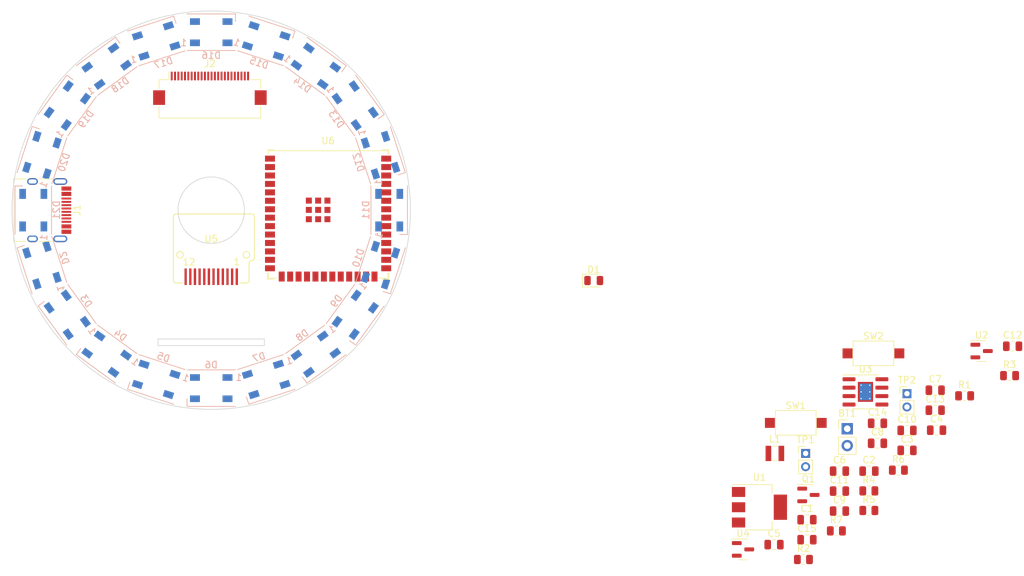
<source format=kicad_pcb>
(kicad_pcb (version 20211014) (generator pcbnew)
  (layers (0 "F.Cu" signal) (31 "B.Cu" signal) (34 "B.Paste" user) (35 "F.Paste" user) (36 "B.SilkS" user "B.Silkscreen") (37 "F.SilkS" user "F.Silkscreen") (38 "B.Mask" user) (39 "F.Mask" user) (44 "Edge.Cuts" user))
  (net 0 "")
  (net 1 "+3V8")
  (net 2 "GND")
  (net 3 "+3.3V")
  (net 4 "Net-(C9-Pad2)")
  (net 5 "Net-(C5-Pad2)")
  (net 6 "VCC")
  (net 7 "Net-(C7-Pad2)")
  (net 8 "+5V")
  (net 9 "+3V3")
  (net 10 "Net-(C12-Pad2)")
  (net 11 "+1V2")
  (net 12 "+2V8")
  (net 13 "Net-(D1-Pad2)")
  (net 14 "Net-(J1-PadA5)")
  (net 15 "/D+")
  (net 16 "/D-")
  (net 19 "Net-(L1-Pad1)")
  (net 20 "/CAM_PWR")
  (net 21 "Net-(D7-Pad2)")
  (net 22 "Net-(D8-Pad2)")
  (net 23 "/D13")
  (net 24 "Net-(R5-Pad2)")
  (net 25 "Net-(D13-Pad2)")
  (net 27 "Net-(R6-Pad2)")
  (net 28 "Net-(R7-Pad2)")
  (net 29 "Net-(TP2-Pad2)")
  (net 95 "Net-(D2-Pad2)")
  (net 96 "/WS2812/DIN")
  (net 97 "Net-(D3-Pad2)")
  (net 98 "Net-(D20-Pad2)")
  (net 99 "Net-(D4-Pad2)")
  (net 101 "Net-(D5-Pad2)")
  (net 102 "Net-(D6-Pad2)")
  (net 103 "Net-(D10-Pad4)")
  (net 106 "Net-(D10-Pad2)")
  (net 107 "Net-(D11-Pad2)")
  (net 108 "Net-(D12-Pad2)")
  (net 110 "Net-(D14-Pad2)")
  (net 111 "Net-(D15-Pad2)")
  (net 112 "Net-(D16-Pad2)")
  (net 113 "Net-(D17-Pad2)")
  (net 114 "Net-(D18-Pad2)")
  (net 115 "Net-(D19-Pad2)")
  (footprint "Capacitor_SMD:C_0805_2012Metric" (layer "F.Cu") (at 133.75 99.365)
    (fp_text reference "C5" (at 0 -1.68) (layer "F.SilkS"))
    (fp_text value "10u")
    (pad "1" smd roundrect (at -0.95 0) (size 1 1.45) (layers "F.Cu" "F.Paste" "F.Mask") (net 2 "GND"))
    (pad "2" smd roundrect (at 0.95 0) (size 1 1.45) (layers "F.Cu" "F.Paste" "F.Mask") (net 5 "Net-(C5-Pad2)"))
  )
  (footprint "Capacitor_SMD:C_0805_2012Metric" (layer "F.Cu") (at 153.78 85.175)
    (fp_text reference "C3" (at 0 -1.68) (layer "F.SilkS"))
    (fp_text value "0.1u")
    (pad "1" smd roundrect (at -0.95 0) (size 1 1.45) (layers "F.Cu" "F.Paste" "F.Mask") (net 2 "GND"))
    (pad "2" smd roundrect (at 0.95 0) (size 1 1.45) (layers "F.Cu" "F.Paste" "F.Mask") (net 11 "+1V2"))
  )
  (footprint "Package_TO_SOT_SMD:SOT-23" (layer "F.Cu") (at 129.08 100.085)
    (fp_text reference "U4" (at 0 -2.4) (layer "F.SilkS"))
    (fp_text value "XC6206P282MR")
    (pad "1" smd roundrect (at -0.9375 -0.95) (size 1.475 0.6) (layers "F.Cu" "F.Paste" "F.Mask") (net 2 "GND"))
    (pad "2" smd roundrect (at -0.9375 0.95) (size 1.475 0.6) (layers "F.Cu" "F.Paste" "F.Mask") (net 12 "+2V8"))
    (pad "3" smd roundrect (at 0.9375 0) (size 1.475 0.6) (layers "F.Cu" "F.Paste" "F.Mask") (net 5 "Net-(C5-Pad2)"))
  )
  (footprint "Capacitor_SMD:C_0805_2012Metric" (layer "F.Cu") (at 138.71 98.625)
    (fp_text reference "C15" (at 0 -1.68) (layer "F.SilkS"))
    (fp_text value "0.1u")
    (pad "1" smd roundrect (at -0.95 0) (size 1 1.45) (layers "F.Cu" "F.Paste" "F.Mask") (net 3 "+3.3V"))
    (pad "2" smd roundrect (at 0.95 0) (size 1 1.45) (layers "F.Cu" "F.Paste" "F.Mask") (net 2 "GND"))
  )
  (footprint "Capacitor_SMD:C_0805_2012Metric" (layer "F.Cu") (at 169.68 69.495)
    (fp_text reference "C12" (at 0 -1.68) (layer "F.SilkS"))
    (fp_text value "1u")
    (pad "1" smd roundrect (at -0.95 0) (size 1 1.45) (layers "F.Cu" "F.Paste" "F.Mask") (net 2 "GND"))
    (pad "2" smd roundrect (at 0.95 0) (size 1 1.45) (layers "F.Cu" "F.Paste" "F.Mask") (net 10 "Net-(C12-Pad2)"))
  )
  (footprint "Capacitor_SMD:C_0805_2012Metric" (layer "F.Cu") (at 148.05 88.295)
    (fp_text reference "C2" (at 0 -1.68) (layer "F.SilkS"))
    (fp_text value "1u")
    (pad "1" smd roundrect (at -0.95 0) (size 1 1.45) (layers "F.Cu" "F.Paste" "F.Mask") (net 2 "GND"))
    (pad "2" smd roundrect (at 0.95 0) (size 1 1.45) (layers "F.Cu" "F.Paste" "F.Mask") (net 9 "+3V3"))
  )
  (footprint "Capacitor_SMD:C_0805_2012Metric" (layer "F.Cu") (at 149.33 81.095)
    (fp_text reference "C14" (at 0 -1.68) (layer "F.SilkS"))
    (fp_text value "1u")
    (pad "1" smd roundrect (at -0.95 0) (size 1 1.45) (layers "F.Cu" "F.Paste" "F.Mask") (net 3 "+3.3V"))
    (pad "2" smd roundrect (at 0.95 0) (size 1 1.45) (layers "F.Cu" "F.Paste" "F.Mask") (net 2 "GND"))
  )
  (footprint "Resistor_SMD:R_0805_2012Metric" (layer "F.Cu") (at 148.03 94.225)
    (fp_text reference "R5" (at 0 -1.65) (layer "F.SilkS"))
    (fp_text value "1K")
    (pad "1" smd roundrect (at -0.9125 0) (size 1.025 1.4) (layers "F.Cu" "F.Paste" "F.Mask") (roundrect_rratio 0.243902) (net 13 "Net-(D1-Pad2)"))
    (pad "2" smd roundrect (at 0.9125 0) (size 1.025 1.4) (layers "F.Cu" "F.Paste" "F.Mask") (roundrect_rratio 0.243902) (net 24 "Net-(R5-Pad2)"))
  )
  (footprint "Package_SO:SOIC-8-1EP_3.9x4.9mm_P1.27mm_EP2.29x3mm_ThermalVias" (layer "F.Cu") (at 147.52 76.365)
    (fp_text reference "U3" (at 0 -3.4) (layer "F.SilkS"))
    (fp_text value "IP5306")
    (pad "1" smd roundrect (at -2.475 -1.905) (size 1.95 0.6) (layers "F.Cu" "F.Paste" "F.Mask") (net 6 "VCC"))
    (pad "2" smd roundrect (at -2.475 -0.635) (size 1.95 0.6) (layers "F.Cu" "F.Paste" "F.Mask") (net 24 "Net-(R5-Pad2)"))
    (pad "3" smd roundrect (at -2.475 0.635) (size 1.95 0.6) (layers "F.Cu" "F.Paste" "F.Mask") (net 1 "+3V8"))
    (pad "4" smd roundrect (at -2.475 1.905) (size 1.95 0.6) (layers "F.Cu" "F.Paste" "F.Mask") (net 1 "+3V8"))
    (pad "5" smd roundrect (at 2.475 1.905) (size 1.95 0.6) (layers "F.Cu" "F.Paste" "F.Mask") (net 27 "Net-(R6-Pad2)"))
    (pad "6" smd roundrect (at 2.475 0.635) (size 1.95 0.6) (layers "F.Cu" "F.Paste" "F.Mask") (net 4 "Net-(C9-Pad2)"))
    (pad "7" smd roundrect (at 2.475 -0.635) (size 1.95 0.6) (layers "F.Cu" "F.Paste" "F.Mask") (net 19 "Net-(L1-Pad1)"))
    (pad "8" smd roundrect (at 2.475 -1.905) (size 1.95 0.6) (layers "F.Cu" "F.Paste" "F.Mask") (net 8 "+5V"))
    (pad "9" thru_hole circle (at 0.65 -1) (size 0.5 0.5) (drill 0.2) (layers *.Cu) (net 2 "GND"))
    (pad "9" thru_hole circle (at -0.65 1) (size 0.5 0.5) (drill 0.2) (layers *.Cu) (net 2 "GND"))
    (pad "9" thru_hole circle (at -0.65 -1) (size 0.5 0.5) (drill 0.2) (layers *.Cu) (net 2 "GND"))
    (pad "9" thru_hole circle (at 0.65 1) (size 0.5 0.5) (drill 0.2) (layers *.Cu) (net 2 "GND"))
    (pad "9" thru_hole circle (at -0.65 0) (size 0.5 0.5) (drill 0.2) (layers *.Cu) (net 2 "GND"))
    (pad "9" smd rect (at 0 0) (size 1.8 2.5) (layers "B.Cu") (net 2 "GND"))
    (pad "9" thru_hole circle (at 0.65 0) (size 0.5 0.5) (drill 0.2) (layers *.Cu) (net 2 "GND"))
    (pad "9" smd rect (at 0 0) (size 2.29 3) (layers "F.Cu" "F.Mask") (net 2 "GND"))
  )
  (footprint "Capacitor_SMD:C_0805_2012Metric" (layer "F.Cu") (at 158.23 82.135)
    (fp_text reference "C4" (at 0 -1.68) (layer "F.SilkS"))
    (fp_text value "10u")
    (pad "1" smd roundrect (at -0.95 0) (size 1 1.45) (layers "F.Cu" "F.Paste" "F.Mask") (net 2 "GND"))
    (pad "2" smd roundrect (at 0.95 0) (size 1 1.45) (layers "F.Cu" "F.Paste" "F.Mask") (net 11 "+1V2"))
  )
  (footprint "1Use:Hirose_FH12-24S-0.5SH_1x24-1MP_P0.50mm_Horizontal" (layer "F.Cu") (at 48.8 30.65)
    (fp_text reference "J2" (at 0 -3.7) (layer "F.SilkS"))
    (fp_text value "Conn_01x24")
    (pad "1" smd rect (at -5.75 -1.85) (size 0.3 1.3) (layers "F.Cu" "F.Paste" "F.Mask"))
    (pad "2" smd rect (at -5.25 -1.85) (size 0.3 1.3) (layers "F.Cu" "F.Paste" "F.Mask"))
    (pad "3" smd rect (at -4.75 -1.85) (size 0.3 1.3) (layers "F.Cu" "F.Paste" "F.Mask"))
    (pad "4" smd rect (at -4.25 -1.85) (size 0.3 1.3) (layers "F.Cu" "F.Paste" "F.Mask"))
    (pad "5" smd rect (at -3.75 -1.85) (size 0.3 1.3) (layers "F.Cu" "F.Paste" "F.Mask"))
    (pad "6" smd rect (at -3.25 -1.85) (size 0.3 1.3) (layers "F.Cu" "F.Paste" "F.Mask"))
    (pad "7" smd rect (at -2.75 -1.85) (size 0.3 1.3) (layers "F.Cu" "F.Paste" "F.Mask"))
    (pad "8" smd rect (at -2.25 -1.85) (size 0.3 1.3) (layers "F.Cu" "F.Paste" "F.Mask"))
    (pad "9" smd rect (at -1.75 -1.85) (size 0.3 1.3) (layers "F.Cu" "F.Paste" "F.Mask"))
    (pad "10" smd rect (at -1.25 -1.85) (size 0.3 1.3) (layers "F.Cu" "F.Paste" "F.Mask"))
    (pad "11" smd rect (at -0.75 -1.85) (size 0.3 1.3) (layers "F.Cu" "F.Paste" "F.Mask"))
    (pad "12" smd rect (at -0.25 -1.85) (size 0.3 1.3) (layers "F.Cu" "F.Paste" "F.Mask"))
    (pad "13" smd rect (at 0.25 -1.85) (size 0.3 1.3) (layers "F.Cu" "F.Paste" "F.Mask"))
    (pad "14" smd rect (at 0.75 -1.85) (size 0.3 1.3) (layers "F.Cu" "F.Paste" "F.Mask"))
    (pad "15" smd rect (at 1.25 -1.85) (size 0.3 1.3) (layers "F.Cu" "F.Paste" "F.Mask"))
    (pad "16" smd rect (at 1.75 -1.85) (size 0.3 1.3) (layers "F.Cu" "F.Paste" "F.Mask"))
    (pad "17" smd rect (at 2.25 -1.85) (size 0.3 1.3) (layers "F.Cu" "F.Paste" "F.Mask"))
    (pad "18" smd rect (at 2.75 -1.85) (size 0.3 1.3) (layers "F.Cu" "F.Paste" "F.Mask"))
    (pad "19" smd rect (at 3.25 -1.85) (size 0.3 1.3) (layers "F.Cu" "F.Paste" "F.Mask"))
    (pad "20" smd rect (at 3.75 -1.85) (size 0.3 1.3) (layers "F.Cu" "F.Paste" "F.Mask"))
    (pad "21" smd rect (at 4.25 -1.85) (size 0.3 1.3) (layers "F.Cu" "F.Paste" "F.Mask"))
    (pad "22" smd rect (at 4.75 -1.85) (size 0.3 1.3) (layers "F.Cu" "F.Paste" "F.Mask"))
    (pad "23" smd rect (at 5.25 -1.85) (size 0.3 1.3) (layers "F.Cu" "F.Paste" "F.Mask"))
    (pad "24" smd rect (at 5.75 -1.85) (size 0.3 1.3) (layers "F.Cu" "F.Paste" "F.Mask"))
    (pad "MP" smd rect (at -7.65 1.4) (size 1.8 2.2) (layers "F.Cu" "F.Paste" "F.Mask"))
    (pad "MP" smd rect (at 7.65 1.4) (size 1.8 2.2) (layers "F.Cu" "F.Paste" "F.Mask"))
  )
  (footprint "Capacitor_SMD:C_0805_2012Metric" (layer "F.Cu") (at 138.71 95.615)
    (fp_text reference "C1" (at 0 -1.68) (layer "F.SilkS"))
    (fp_text value "1u")
    (pad "1" smd roundrect (at -0.95 0) (size 1 1.45) (layers "F.Cu" "F.Paste" "F.Mask") (net 2 "GND"))
    (pad "2" smd roundrect (at 0.95 0) (size 1 1.45) (layers "F.Cu" "F.Paste" "F.Mask") (net 8 "+5V"))
  )
  (footprint "LED_SMD:LED_0805_2012Metric" (layer "F.Cu") (at 106.6 59.6)
    (fp_text reference "D1" (at 0 -1.65) (layer "F.SilkS"))
    (fp_text value "LED")
    (pad "1" smd roundrect (at -0.9375 0) (size 0.975 1.4) (layers "F.Cu" "F.Paste" "F.Mask") (net 2 "GND"))
    (pad "2" smd roundrect (at 0.9375 0) (size 0.975 1.4) (layers "F.Cu" "F.Paste" "F.Mask") (net 13 "Net-(D1-Pad2)"))
  )
  (footprint "Resistor_SMD:R_0805_2012Metric" (layer "F.Cu") (at 143.14 97.295)
    (fp_text reference "R7" (at 0 -1.65) (layer "F.SilkS"))
    (fp_text value "1K")
    (pad "1" smd roundrect (at -0.9125 0) (size 1.025 1.4) (layers "F.Cu" "F.Paste" "F.Mask") (roundrect_rratio 0.243902) (net 10 "Net-(C12-Pad2)"))
    (pad "2" smd roundrect (at 0.9125 0) (size 1.025 1.4) (layers "F.Cu" "F.Paste" "F.Mask") (roundrect_rratio 0.243902) (net 28 "Net-(R7-Pad2)"))
  )
  (footprint "Package_TO_SOT_SMD:SOT-23" (layer "F.Cu") (at 138.93 91.885)
    (fp_text reference "Q1" (at 0 -2.4) (layer "F.SilkS"))
    (fp_text value "Q_PMOS_GSD")
    (pad "1" smd roundrect (at -0.9375 -0.95) (size 1.475 0.6) (layers "F.Cu" "F.Paste" "F.Mask") (net 20 "/CAM_PWR"))
    (pad "2" smd roundrect (at -0.9375 0.95) (size 1.475 0.6) (layers "F.Cu" "F.Paste" "F.Mask") (net 9 "+3V3"))
    (pad "3" smd roundrect (at 0.9375 0) (size 1.475 0.6) (layers "F.Cu" "F.Paste" "F.Mask") (net 5 "Net-(C5-Pad2)"))
  )
  (footprint "Capacitor_SMD:C_0805_2012Metric" (layer "F.Cu") (at 158.02 79.125)
    (fp_text reference "C13" (at 0 -1.68) (layer "F.SilkS"))
    (fp_text value "10u")
    (pad "1" smd roundrect (at -0.95 0) (size 1 1.45) (layers "F.Cu" "F.Paste" "F.Mask") (net 3 "+3.3V"))
    (pad "2" smd roundrect (at 0.95 0) (size 1 1.45) (layers "F.Cu" "F.Paste" "F.Mask") (net 2 "GND"))
  )
  (footprint "Inductor_SMD:L_Wuerth_MAPI-2512" (layer "F.Cu") (at 133.88 85.635)
    (fp_text reference "L1" (at 0 -2.15) (layer "F.SilkS"))
    (fp_text value "1n")
    (pad "1" smd rect (at -0.975 0) (size 0.85 2.3) (layers "F.Cu" "F.Paste" "F.Mask") (net 19 "Net-(L1-Pad1)"))
    (pad "2" smd rect (at 0.975 0) (size 0.85 2.3) (layers "F.Cu" "F.Paste" "F.Mask") (net 1 "+3V8"))
  )
  (footprint "Capacitor_SMD:C_0805_2012Metric" (layer "F.Cu") (at 149.33 84.105)
    (fp_text reference "C8" (at 0 -1.68) (layer "F.SilkS"))
    (fp_text value "10u")
    (pad "1" smd roundrect (at -0.95 0) (size 1 1.45) (layers "F.Cu" "F.Paste" "F.Mask") (net 2 "GND"))
    (pad "2" smd roundrect (at 0.95 0) (size 1 1.45) (layers "F.Cu" "F.Paste" "F.Mask") (net 6 "VCC"))
  )
  (footprint "Resistor_SMD:R_0805_2012Metric" (layer "F.Cu") (at 152.48 88.155)
    (fp_text reference "R6" (at 0 -1.65) (layer "F.SilkS"))
    (fp_text value "10k")
    (pad "1" smd roundrect (at -0.9125 0) (size 1.025 1.4) (layers "F.Cu" "F.Paste" "F.Mask") (roundrect_rratio 0.243902) (net 23 "/D13"))
    (pad "2" smd roundrect (at 0.9125 0) (size 1.025 1.4) (layers "F.Cu" "F.Paste" "F.Mask") (roundrect_rratio 0.243902) (net 27 "Net-(R6-Pad2)"))
  )
  (footprint "Espressif:ESP32-S3-WROOM-1U" (layer "F.Cu") (at 66.6 49.5)
    (fp_text reference "U6" (at 0 -10.95) (layer "F.SilkS"))
    (fp_text value "ESP32-S3-WROOM-1")
    (pad "1" smd rect (at -8.75 -8.26) (size 1.5 0.9) (layers "F.Cu" "F.Paste" "F.Mask") (net 2 "GND"))
    (pad "2" smd rect (at -8.75 -6.99) (size 1.5 0.9) (layers "F.Cu" "F.Paste" "F.Mask") (net 3 "+3.3V"))
    (pad "3" smd rect (at -8.75 -5.72) (size 1.5 0.9) (layers "F.Cu" "F.Paste" "F.Mask") (net 28 "Net-(R7-Pad2)"))
    (pad "4" smd rect (at -8.75 -4.45) (size 1.5 0.9) (layers "F.Cu" "F.Paste" "F.Mask"))
    (pad "5" smd rect (at -8.75 -3.18) (size 1.5 0.9) (layers "F.Cu" "F.Paste" "F.Mask"))
    (pad "6" smd rect (at -8.75 -1.91) (size 1.5 0.9) (layers "F.Cu" "F.Paste" "F.Mask"))
    (pad "7" smd rect (at -8.75 -0.64) (size 1.5 0.9) (layers "F.Cu" "F.Paste" "F.Mask"))
    (pad "8" smd rect (at -8.75 0.63) (size 1.5 0.9) (layers "F.Cu" "F.Paste" "F.Mask"))
    (pad "9" smd rect (at -8.75 1.9) (size 1.5 0.9) (layers "F.Cu" "F.Paste" "F.Mask"))
    (pad "10" smd rect (at -8.75 3.17) (size 1.5 0.9) (layers "F.Cu" "F.Paste" "F.Mask"))
    (pad "11" smd rect (at -8.75 4.44) (size 1.5 0.9) (layers "F.Cu" "F.Paste" "F.Mask"))
    (pad "12" smd rect (at -8.75 5.71) (size 1.5 0.9) (layers "F.Cu" "F.Paste" "F.Mask"))
    (pad "13" smd rect (at -8.75 6.98) (size 1.5 0.9) (layers "F.Cu" "F.Paste" "F.Mask") (net 16 "/D-"))
    (pad "14" smd rect (at -8.75 8.25) (size 1.5 0.9) (layers "F.Cu" "F.Paste" "F.Mask") (net 15 "/D+"))
    (pad "15" smd rect (at -6.985 9.5 90) (size 1.5 0.9) (layers "F.Cu" "F.Paste" "F.Mask"))
    (pad "16" smd rect (at -5.715 9.5 90) (size 1.5 0.9) (layers "F.Cu" "F.Paste" "F.Mask"))
    (pad "17" smd rect (at -4.445 9.5 90) (size 1.5 0.9) (layers "F.Cu" "F.Paste" "F.Mask"))
    (pad "18" smd rect (at -3.175 9.5 90) (size 1.5 0.9) (layers "F.Cu" "F.Paste" "F.Mask"))
    (pad "19" smd rect (at -1.905 9.5 90) (size 1.5 0.9) (layers "F.Cu" "F.Paste" "F.Mask"))
    (pad "20" smd rect (at -0.635 9.5 90) (size 1.5 0.9) (layers "F.Cu" "F.Paste" "F.Mask"))
    (pad "21" smd rect (at 0.635 9.5 90) (size 1.5 0.9) (layers "F.Cu" "F.Paste" "F.Mask"))
    (pad "22" smd rect (at 1.905 9.5 90) (size 1.5 0.9) (layers "F.Cu" "F.Paste" "F.Mask"))
    (pad "23" smd rect (at 3.175 9.5 90) (size 1.5 0.9) (layers "F.Cu" "F.Paste" "F.Mask"))
    (pad "24" smd rect (at 4.445 9.5 90) (size 1.5 0.9) (layers "F.Cu" "F.Paste" "F.Mask"))
    (pad "25" smd rect (at 5.715 9.5 90) (size 1.5 0.9) (layers "F.Cu" "F.Paste" "F.Mask"))
    (pad "26" smd rect (at 6.985 9.5 90) (size 1.5 0.9) (layers "F.Cu" "F.Paste" "F.Mask"))
    (pad "27" smd rect (at 8.75 8.25 180) (size 1.5 0.9) (layers "F.Cu" "F.Paste" "F.Mask") (net 29 "Net-(TP2-Pad2)"))
    (pad "28" smd rect (at 8.75 6.98 180) (size 1.5 0.9) (layers "F.Cu" "F.Paste" "F.Mask"))
    (pad "29" smd rect (at 8.75 5.71 180) (size 1.5 0.9) (layers "F.Cu" "F.Paste" "F.Mask"))
    (pad "30" smd rect (at 8.75 4.44 180) (size 1.5 0.9) (layers "F.Cu" "F.Paste" "F.Mask"))
    (pad "31" smd rect (at 8.75 3.17 180) (size 1.5 0.9) (layers "F.Cu" "F.Paste" "F.Mask"))
    (pad "32" smd rect (at 8.75 1.9 180) (size 1.5 0.9) (layers "F.Cu" "F.Paste" "F.Mask"))
    (pad "33" smd rect (at 8.75 0.63 180) (size 1.5 0.9) (layers "F.Cu" "F.Paste" "F.Mask"))
    (pad "34" smd rect (at 8.75 -0.64 180) (size 1.5 0.9) (layers "F.Cu" "F.Paste" "F.Mask"))
    (pad "35" smd rect (at 8.75 -1.91 180) (size 1.5 0.9) (layers "F.Cu" "F.Paste" "F.Mask"))
    (pad "36" smd rect (at 8.75 -3.18 180) (size 1.5 0.9) (layers "F.Cu" "F.Paste" "F.Mask"))
    (pad "37" smd rect (at 8.75 -4.45 180) (size 1.5 0.9) (layers "F.Cu" "F.Paste" "F.Mask"))
    (pad "38" smd rect (at 8.75 -5.72 180) (size 1.5 0.9) (layers "F.Cu" "F.Paste" "F.Mask"))
    (pad "39" smd rect (at 8.75 -6.99 180) (size 1.5 0.9) (layers "F.Cu" "F.Paste" "F.Mask"))
    (pad "40" smd rect (at 8.75 -8.26 180) (size 1.5 0.9) (layers "F.Cu" "F.Paste" "F.Mask") (net 2 "GND"))
    (pad "41" smd rect (at -1.5 -0.54 180) (size 0.9 0.9) (layers "F.Cu" "F.Paste" "F.Mask") (net 2 "GND"))
    (pad "41" smd rect (at -0.1 0.86 180) (size 0.9 0.9) (layers "F.Cu" "F.Paste" "F.Mask") (net 2 "GND"))
    (pad "41" smd rect (at -1.5 -1.94 180) (size 0.9 0.9) (layers "F.Cu" "F.Paste" "F.Mask") (net 2 "GND"))
    (pad "41" smd rect (at -0.1 -0.54 180) (size 0.9 0.9) (layers "F.Cu" "F.Paste" "F.Mask") (net 2 "GND"))
    (pad "41" smd rect (at -1.5 0.86 180) (size 0.9 0.9) (layers "F.Cu" "F.Paste" "F.Mask") (net 2 "GND"))
    (pad "41" smd rect (at -2.9 -1.94 180) (size 0.9 0.9) (layers "F.Cu" "F.Paste" "F.Mask") (net 2 "GND"))
    (pad "41" smd rect (at -0.1 -1.94 180) (size 0.9 0.9) (layers "F.Cu" "F.Paste" "F.Mask") (net 2 "GND"))
    (pad "41" smd rect (at -2.9 -0.54 180) (size 0.9 0.9) (layers "F.Cu" "F.Paste" "F.Mask") (net 2 "GND"))
    (pad "41" smd rect (at -2.9 0.86 180) (size 0.9 0.9) (layers "F.Cu" "F.Paste" "F.Mask") (net 2 "GND"))
  )
  (footprint "Resistor_SMD:R_0805_2012Metric" (layer "F.Cu") (at 169.22 73.915)
    (fp_text reference "R3" (at 0 -1.65) (layer "F.SilkS"))
    (fp_text value "5.1K")
    (pad "1" smd roundrect (at -0.9125 0) (size 1.025 1.4) (layers "F.Cu" "F.Paste" "F.Mask") (roundrect_rratio 0.243902) (net 14 "Net-(J1-PadA5)"))
    (pad "2" smd roundrect (at 0.9125 0) (size 1.025 1.4) (layers "F.Cu" "F.Paste" "F.Mask") (roundrect_rratio 0.243902) (net 2 "GND"))
  )
  (footprint "Resistor_SMD:R_0805_2012Metric" (layer "F.Cu") (at 138.18 101.605)
    (fp_text reference "R2" (at 0 -1.65) (layer "F.SilkS"))
    (fp_text value "2")
    (pad "1" smd roundrect (at -0.9125 0) (size 1.025 1.4) (layers "F.Cu" "F.Paste" "F.Mask") (roundrect_rratio 0.243902) (net 7 "Net-(C7-Pad2)"))
    (pad "2" smd roundrect (at 0.9125 0) (size 1.025 1.4) (layers "F.Cu" "F.Paste" "F.Mask") (roundrect_rratio 0.243902) (net 6 "VCC"))
  )
  (footprint "Capacitor_SMD:C_0805_2012Metric" (layer "F.Cu") (at 143.6 91.305)
    (fp_text reference "C11" (at 0 -1.68) (layer "F.SilkS"))
    (fp_text value "10u")
    (pad "1" smd roundrect (at -0.95 0) (size 1 1.45) (layers "F.Cu" "F.Paste" "F.Mask") (net 2 "GND"))
    (pad "2" smd roundrect (at 0.95 0) (size 1 1.45) (layers "F.Cu" "F.Paste" "F.Mask") (net 12 "+2V8"))
  )
  (footprint "Package_TO_SOT_SMD:SOT-23" (layer "F.Cu") (at 165.01 70.215)
    (fp_text reference "U2" (at 0 -2.4) (layer "F.SilkS"))
    (fp_text value "XC6206P122MR")
    (pad "1" smd roundrect (at -0.9375 -0.95) (size 1.475 0.6) (layers "F.Cu" "F.Paste" "F.Mask") (net 2 "GND"))
    (pad "2" smd roundrect (at -0.9375 0.95) (size 1.475 0.6) (layers "F.Cu" "F.Paste" "F.Mask") (net 11 "+1V2"))
    (pad "3" smd roundrect (at 0.9375 0) (size 1.475 0.6) (layers "F.Cu" "F.Paste" "F.Mask") (net 5 "Net-(C5-Pad2)"))
  )
  (footprint "Connector_PinHeader_2.54mm:PinHeader_1x02_P2.54mm_Vertical" (layer "F.Cu") (at 144.78 81.915)
    (fp_text reference "BT1" (at 0 -2.33) (layer "F.SilkS"))
    (fp_text value "Battery_Cell")
    (pad "1" thru_hole rect (at 0 0) (size 1.7 1.7) (drill 1) (layers *.Cu *.Mask) (net 1 "+3V8"))
    (pad "2" thru_hole oval (at 0 2.54) (size 1.7 1.7) (drill 1) (layers *.Cu *.Mask) (net 2 "GND"))
  )
  (footprint "Connector_PinHeader_2.00mm:PinHeader_1x02_P2.00mm_Vertical" (layer "F.Cu") (at 153.77 76.635)
    (fp_text reference "TP2" (at 0 -2.06) (layer "F.SilkS"))
    (fp_text value "TestPoint_2Pole")
    (pad "1" thru_hole rect (at 0 0) (size 1.35 1.35) (drill 0.8) (layers *.Cu *.Mask) (net 2 "GND"))
    (pad "2" thru_hole oval (at 0 2) (size 1.35 1.35) (drill 0.8) (layers *.Cu *.Mask) (net 29 "Net-(TP2-Pad2)"))
  )
  (footprint "1Use:GC9A01_IPS_display" (layer "F.Cu") (at 49 58.775)
    (fp_text reference "U5" (at 0 -5.45) (layer "F.SilkS"))
    (fp_text value "GC9A01_IPS_display_SPI")
    (fp_text user "12" (at -3.35 -1.95) (layer "F.SilkS"))
    (fp_text user "1" (at 3.85 -2) (layer "F.SilkS"))
    (pad "1" smd rect (at 3.85 0.25) (size 0.35 2.5) (layers "F.Cu" "F.Paste" "F.Mask"))
    (pad "2" smd rect (at 3.15 0.25) (size 0.35 2.5) (layers "F.Cu" "F.Paste" "F.Mask"))
    (pad "3" smd rect (at 2.45 0.25) (size 0.35 2.5) (layers "F.Cu" "F.Paste" "F.Mask"))
    (pad "4" smd rect (at 1.75 0.25) (size 0.35 2.5) (layers "F.Cu" "F.Paste" "F.Mask"))
    (pad "5" smd rect (at 1.05 0.25) (size 0.35 2.5) (layers "F.Cu" "F.Paste" "F.Mask"))
    (pad "6" smd rect (at 0.35 0.25) (size 0.35 2.5) (layers "F.Cu" "F.Paste" "F.Mask"))
    (pad "7" smd rect (at -0.35 0.25) (size 0.35 2.5) (layers "F.Cu" "F.Paste" "F.Mask"))
    (pad "8" smd rect (at -1.05 0.25) (size 0.35 2.5) (layers "F.Cu" "F.Paste" "F.Mask"))
    (pad "9" smd rect (at -1.75 0.25) (size 0.35 2.5) (layers "F.Cu" "F.Paste" "F.Mask"))
    (pad "10" smd rect (at -2.45 0.25) (size 0.35 2.5) (layers "F.Cu" "F.Paste" "F.Mask"))
    (pad "11" smd rect (at -3.15 0.25) (size 0.35 2.5) (layers "F.Cu" "F.Paste" "F.Mask"))
    (pad "12" smd rect (at -3.85 0.25) (size 0.35 2.5) (layers "F.Cu" "F.Paste" "F.Mask"))
  )
  (footprint "Resistor_SMD:R_0805_2012Metric" (layer "F.Cu") (at 162.45 76.955)
    (fp_text reference "R1" (at 0 -1.65) (layer "F.SilkS"))
    (fp_text value "10k")
    (pad "1" smd roundrect (at -0.9125 0) (size 1.025 1.4) (layers "F.Cu" "F.Paste" "F.Mask") (roundrect_rratio 0.243902) (net 20 "/CAM_PWR"))
    (pad "2" smd roundrect (at 0.9125 0) (size 1.025 1.4) (layers "F.Cu" "F.Paste" "F.Mask") (roundrect_rratio 0.243902) (net 9 "+3V3"))
  )
  (footprint "Connector_PinHeader_2.00mm:PinHeader_1x02_P2.00mm_Vertical" (layer "F.Cu") (at 138.51 85.635)
    (fp_text reference "TP1" (at 0 -2.06) (layer "F.SilkS"))
    (fp_text value "TestPoint_2Pole")
    (pad "1" thru_hole rect (at 0 0) (size 1.35 1.35) (drill 0.8) (layers *.Cu *.Mask) (net 2 "GND"))
    (pad "2" thru_hole oval (at 0 2) (size 1.35 1.35) (drill 0.8) (layers *.Cu *.Mask) (net 23 "/D13"))
  )
  (footprint "Button_Switch_SMD:SW_SPST_CK_RS282G05A3" (layer "F.Cu") (at 137.03 81.035)
    (fp_text reference "SW1" (at 0 -2.6) (layer "F.SilkS"))
    (fp_text value "SW_Push")
    (pad "1" smd rect (at -3.9 0) (size 1.5 1.5) (layers "F.Cu" "F.Paste" "F.Mask") (net 23 "/D13"))
    (pad "2" smd rect (at 3.9 0) (size 1.5 1.5) (layers "F.Cu" "F.Paste" "F.Mask") (net 2 "GND"))
  )
  (footprint "Capacitor_SMD:C_0805_2012Metric" (layer "F.Cu") (at 158.02 76.115)
    (fp_text reference "C7" (at 0 -1.68) (layer "F.SilkS"))
    (fp_text value "10u")
    (pad "1" smd roundrect (at -0.95 0) (size 1 1.45) (layers "F.Cu" "F.Paste" "F.Mask") (net 2 "GND"))
    (pad "2" smd roundrect (at 0.95 0) (size 1 1.45) (layers "F.Cu" "F.Paste" "F.Mask") (net 7 "Net-(C7-Pad2)"))
  )
  (footprint "Button_Switch_SMD:SW_SPST_CK_RS282G05A3" (layer "F.Cu") (at 148.72 70.565)
    (fp_text reference "SW2" (at 0 -2.6) (layer "F.SilkS"))
    (fp_text value "SW_Push")
    (pad "1" smd rect (at -3.9 0) (size 1.5 1.5) (layers "F.Cu" "F.Paste" "F.Mask") (net 2 "GND"))
    (pad "2" smd rect (at 3.9 0) (size 1.5 1.5) (layers "F.Cu" "F.Paste" "F.Mask") (net 10 "Net-(C12-Pad2)"))
  )
  (footprint "Resistor_SMD:R_0805_2012Metric" (layer "F.Cu") (at 148.03 91.275)
    (fp_text reference "R4" (at 0 -1.65) (layer "F.SilkS"))
    (fp_text value "0.5")
    (pad "1" smd roundrect (at -0.9125 0) (size 1.025 1.4) (layers "F.Cu" "F.Paste" "F.Mask") (roundrect_rratio 0.243902) (net 4 "Net-(C9-Pad2)"))
    (pad "2" smd roundrect (at 0.9125 0) (size 1.025 1.4) (layers "F.Cu" "F.Paste" "F.Mask") (roundrect_rratio 0.243902) (net 1 "+3V8"))
  )
  (footprint "1Use:USB_C_Receptacle_HRO_TYPE-C-31-M-12" (layer "F.Cu") (at 23.14 49 -90)
    (fp_text reference "J1" (at 0 -5.645 90) (layer "F.SilkS"))
    (fp_text value "USB_C_Receptacle_USB2.0")
    (pad "" np_thru_hole circle (at -2.89 -2.6 270) (size 0.65 0.65) (drill 0.65) (layers *.Cu *.Mask))
    (pad "" np_thru_hole circle (at 2.89 -2.6 270) (size 0.65 0.65) (drill 0.65) (layers *.Cu *.Mask))
    (pad "A1" smd rect (at -3.25 -4.045 270) (size 0.6 1.45) (layers "F.Cu" "F.Paste" "F.Mask") (net 2 "GND"))
    (pad "A4" smd rect (at -2.45 -4.045 270) (size 0.6 1.45) (layers "F.Cu" "F.Paste" "F.Mask") (net 8 "+5V"))
    (pad "A5" smd rect (at -1.25 -4.045 270) (size 0.3 1.45) (layers "F.Cu" "F.Paste" "F.Mask") (net 14 "Net-(J1-PadA5)"))
    (pad "A6" smd rect (at -0.25 -4.045 270) (size 0.3 1.45) (layers "F.Cu" "F.Paste" "F.Mask") (net 15 "/D+"))
    (pad "A7" smd rect (at 0.25 -4.045 270) (size 0.3 1.45) (layers "F.Cu" "F.Paste" "F.Mask") (net 16 "/D-"))
    (pad "A8" smd rect (at 1.25 -4.045 270) (size 0.3 1.45) (layers "F.Cu" "F.Paste" "F.Mask"))
    (pad "A9" smd rect (at 2.45 -4.045 270) (size 0.6 1.45) (layers "F.Cu" "F.Paste" "F.Mask") (net 8 "+5V"))
    (pad "A12" smd rect (at 3.25 -4.045 270) (size 0.6 1.45) (layers "F.Cu" "F.Paste" "F.Mask") (net 2 "GND"))
    (pad "B1" smd rect (at 3.25 -4.045 270) (size 0.6 1.45) (layers "F.Cu" "F.Paste" "F.Mask") (net 2 "GND"))
    (pad "B4" smd rect (at 2.45 -4.045 270) (size 0.6 1.45) (layers "F.Cu" "F.Paste" "F.Mask") (net 8 "+5V"))
    (pad "B5" smd rect (at 1.75 -4.045 270) (size 0.3 1.45) (layers "F.Cu" "F.Paste" "F.Mask") (net 14 "Net-(J1-PadA5)"))
    (pad "B6" smd rect (at 0.75 -4.045 270) (size 0.3 1.45) (layers "F.Cu" "F.Paste" "F.Mask") (net 15 "/D+"))
    (pad "B7" smd rect (at -0.75 -4.045 270) (size 0.3 1.45) (layers "F.Cu" "F.Paste" "F.Mask") (net 16 "/D-"))
    (pad "B8" smd rect (at -1.75 -4.045 270) (size 0.3 1.45) (layers "F.Cu" "F.Paste" "F.Mask"))
    (pad "B9" smd rect (at -2.45 -4.045 270) (size 0.6 1.45) (layers "F.Cu" "F.Paste" "F.Mask") (net 8 "+5V"))
    (pad "B12" smd rect (at -3.25 -4.045 270) (size 0.6 1.45) (layers "F.Cu" "F.Paste" "F.Mask") (net 2 "GND"))
    (pad "S1" thru_hole oval (at -4.32 -3.13 270) (size 1 2.1) (drill oval 0.6 1.7) (layers *.Cu *.Mask) (net 2 "GND"))
    (pad "S1" thru_hole oval (at -4.32 1.05 270) (size 1 1.6) (drill oval 0.6 1.2) (layers *.Cu *.Mask) (net 2 "GND"))
    (pad "S1" thru_hole oval (at 4.32 1.05 270) (size 1 1.6) (drill oval 0.6 1.2) (layers *.Cu *.Mask) (net 2 "GND"))
    (pad "S1" thru_hole oval (at 4.32 -3.13 270) (size 1 2.1) (drill oval 0.6 1.7) (layers *.Cu *.Mask) (net 2 "GND"))
  )
  (footprint "Capacitor_SMD:C_0805_2012Metric" (layer "F.Cu") (at 153.78 82.165)
    (fp_text reference "C10" (at 0 -1.68) (layer "F.SilkS"))
    (fp_text value "0.1u")
    (pad "1" smd roundrect (at -0.95 0) (size 1 1.45) (layers "F.Cu" "F.Paste" "F.Mask") (net 2 "GND"))
    (pad "2" smd roundrect (at 0.95 0) (size 1 1.45) (layers "F.Cu" "F.Paste" "F.Mask") (net 12 "+2V8"))
  )
  (footprint "Package_TO_SOT_SMD:SOT-223-3_TabPin2" (layer "F.Cu") (at 131.56 93.735)
    (fp_text reference "U1" (at 0 -4.5) (layer "F.SilkS"))
    (fp_text value "AMS1117")
    (pad "1" smd rect (at -3.15 -2.3) (size 2 1.5) (layers "F.Cu" "F.Paste" "F.Mask") (net 2 "GND"))
    (pad "2" smd rect (at 3.15 0) (size 2 3.8) (layers "F.Cu" "F.Paste" "F.Mask") (net 9 "+3V3"))
    (pad "2" smd rect (at -3.15 0) (size 2 1.5) (layers "F.Cu" "F.Paste" "F.Mask") (net 9 "+3V3"))
    (pad "3" smd rect (at -3.15 2.3) (size 2 1.5) (layers "F.Cu" "F.Paste" "F.Mask") (net 8 "+5V"))
  )
  (footprint "Capacitor_SMD:C_0805_2012Metric" (layer "F.Cu") (at 143.6 94.315)
    (fp_text reference "C9" (at 0 -1.68) (layer "F.SilkS"))
    (fp_text value "22u")
    (pad "1" smd roundrect (at -0.95 0) (size 1 1.45) (layers "F.Cu" "F.Paste" "F.Mask") (net 2 "GND"))
    (pad "2" smd roundrect (at 0.95 0) (size 1 1.45) (layers "F.Cu" "F.Paste" "F.Mask") (net 4 "Net-(C9-Pad2)"))
  )
  (footprint "Capacitor_SMD:C_0805_2012Metric" (layer "F.Cu") (at 143.6 88.295)
    (fp_text reference "C6" (at 0 -1.68) (layer "F.SilkS"))
    (fp_text value "22u")
    (pad "1" smd roundrect (at -0.95 0) (size 1 1.45) (layers "F.Cu" "F.Paste" "F.Mask") (net 2 "GND"))
    (pad "2" smd roundrect (at 0.95 0) (size 1 1.45) (layers "F.Cu" "F.Paste" "F.Mask") (net 1 "+3V8"))
  )
  (footprint "LED_SMD:LED_WS2812B_PLCC4_5.0x5.0mm_P3.2mm" (layer "B.Cu") (at 57.281655 23.511685 -18)
    (fp_text reference "D15" (at 0.000001 3.5 162) (layer "B.SilkS") (effects (justify mirror)))
    (fp_text value "WS2812B")
    (fp_text user "1" (at -4.15 1.6 162) (layer "B.SilkS") (effects (justify mirror)))
    (pad "1" smd rect (at -2.45 1.6 342) (size 1.5 1) (layers "B.Cu" "B.Paste" "B.Mask") (net 8 "+5V"))
    (pad "2" smd rect (at -2.45 -1.6 342) (size 1.5 1) (layers "B.Cu" "B.Paste" "B.Mask") (net 111 "Net-(D15-Pad2)"))
    (pad "3" smd rect (at 2.45 -1.6 342) (size 1.5 1) (layers "B.Cu" "B.Paste" "B.Mask") (net 2 "GND"))
    (pad "4" smd rect (at 2.45 1.6 342) (size 1.5 1) (layers "B.Cu" "B.Paste" "B.Mask") (net 110 "Net-(D14-Pad2)"))
  )
  (footprint "LED_SMD:LED_WS2812B_PLCC4_5.0x5.0mm_P3.2mm" (layer "B.Cu") (at 33.247355 27.318344 36)
    (fp_text reference "D18" (at 0 3.499999 216) (layer "B.SilkS") (effects (justify mirror)))
    (fp_text value "WS2812B")
    (fp_text user "1" (at -4.15 1.6 216) (layer "B.SilkS") (effects (justify mirror)))
    (pad "1" smd rect (at -2.45 1.6 36) (size 1.5 1) (layers "B.Cu" "B.Paste" "B.Mask") (net 8 "+5V"))
    (pad "2" smd rect (at -2.45 -1.6 36) (size 1.5 1) (layers "B.Cu" "B.Paste" "B.Mask") (net 114 "Net-(D18-Pad2)"))
    (pad "3" smd rect (at 2.45 -1.6 36) (size 1.5 1) (layers "B.Cu" "B.Paste" "B.Mask") (net 2 "GND"))
    (pad "4" smd rect (at 2.45 1.6 36) (size 1.5 1) (layers "B.Cu" "B.Paste" "B.Mask") (net 113 "Net-(D17-Pad2)"))
  )
  (footprint "LED_SMD:LED_WS2812B_PLCC4_5.0x5.0mm_P3.2mm" (layer "B.Cu") (at 64.752644 27.318344 -36)
    (fp_text reference "D14" (at 0 3.499999 144) (layer "B.SilkS") (effects (justify mirror)))
    (fp_text value "WS2812B")
    (fp_text user "1" (at -4.15 1.6 144) (layer "B.SilkS") (effects (justify mirror)))
    (pad "1" smd rect (at -2.45 1.6 324) (size 1.5 1) (layers "B.Cu" "B.Paste" "B.Mask") (net 8 "+5V"))
    (pad "2" smd rect (at -2.45 -1.6 324) (size 1.5 1) (layers "B.Cu" "B.Paste" "B.Mask") (net 110 "Net-(D14-Pad2)"))
    (pad "3" smd rect (at 2.45 -1.6 324) (size 1.5 1) (layers "B.Cu" "B.Paste" "B.Mask") (net 2 "GND"))
    (pad "4" smd rect (at 2.45 1.6 324) (size 1.5 1) (layers "B.Cu" "B.Paste" "B.Mask") (net 25 "Net-(D13-Pad2)"))
  )
  (footprint "LED_SMD:LED_WS2812B_PLCC4_5.0x5.0mm_P3.2mm" (layer "B.Cu") (at 33.247355 70.681655 144)
    (fp_text reference "D4" (at 0 3.499999 324) (layer "B.SilkS") (effects (justify mirror)))
    (fp_text value "WS2812B")
    (fp_text user "1" (at -4.15 1.6 324) (layer "B.SilkS") (effects (justify mirror)))
    (pad "1" smd rect (at -2.45 1.6 144) (size 1.5 1) (layers "B.Cu" "B.Paste" "B.Mask") (net 8 "+5V"))
    (pad "2" smd rect (at -2.45 -1.6 144) (size 1.5 1) (layers "B.Cu" "B.Paste" "B.Mask") (net 99 "Net-(D4-Pad2)"))
    (pad "3" smd rect (at 2.45 -1.6 144) (size 1.5 1) (layers "B.Cu" "B.Paste" "B.Mask") (net 2 "GND"))
    (pad "4" smd rect (at 2.45 1.6 144) (size 1.5 1) (layers "B.Cu" "B.Paste" "B.Mask") (net 97 "Net-(D3-Pad2)"))
  )
  (footprint "LED_SMD:LED_WS2812B_PLCC4_5.0x5.0mm_P3.2mm" (layer "B.Cu") (at 40.718344 23.511685 18)
    (fp_text reference "D17" (at -0.000001 3.5 198) (layer "B.SilkS") (effects (justify mirror)))
    (fp_text value "WS2812B")
    (fp_text user "1" (at -4.15 1.6 198) (layer "B.SilkS") (effects (justify mirror)))
    (pad "1" smd rect (at -2.45 1.6 18) (size 1.5 1) (layers "B.Cu" "B.Paste" "B.Mask") (net 8 "+5V"))
    (pad "2" smd rect (at -2.45 -1.6 18) (size 1.5 1) (layers "B.Cu" "B.Paste" "B.Mask") (net 113 "Net-(D17-Pad2)"))
    (pad "3" smd rect (at 2.45 -1.6 18) (size 1.5 1) (layers "B.Cu" "B.Paste" "B.Mask") (net 2 "GND"))
    (pad "4" smd rect (at 2.45 1.6 18) (size 1.5 1) (layers "B.Cu" "B.Paste" "B.Mask") (net 112 "Net-(D16-Pad2)"))
  )
  (footprint "LED_SMD:LED_WS2812B_PLCC4_5.0x5.0mm_P3.2mm" (layer "B.Cu") (at 75.8 49 -90)
    (fp_text reference "D11" (at 0 3.5 90) (layer "B.SilkS") (effects (justify mirror)))
    (fp_text value "WS2812B")
    (fp_text user "1" (at -4.15 1.6 90) (layer "B.SilkS") (effects (justify mirror)))
    (pad "1" smd rect (at -2.45 1.6 270) (size 1.5 1) (layers "B.Cu" "B.Paste" "B.Mask") (net 8 "+5V"))
    (pad "2" smd rect (at -2.45 -1.6 270) (size 1.5 1) (layers "B.Cu" "B.Paste" "B.Mask") (net 107 "Net-(D11-Pad2)"))
    (pad "3" smd rect (at 2.45 -1.6 270) (size 1.5 1) (layers "B.Cu" "B.Paste" "B.Mask") (net 2 "GND"))
    (pad "4" smd rect (at 2.45 1.6 270) (size 1.5 1) (layers "B.Cu" "B.Paste" "B.Mask") (net 106 "Net-(D10-Pad2)"))
  )
  (footprint "LED_SMD:LED_WS2812B_PLCC4_5.0x5.0mm_P3.2mm" (layer "B.Cu") (at 23.511685 57.281655 108)
    (fp_text reference "D2" (at -0.000001 3.5 108) (layer "B.SilkS") (effects (justify mirror)))
    (fp_text value "WS2812B")
    (fp_text user "1" (at -4.15 1.6 108) (layer "B.SilkS") (effects (justify mirror)))
    (pad "1" smd rect (at -2.45 1.6 108) (size 1.5 1) (layers "B.Cu" "B.Paste" "B.Mask") (net 8 "+5V"))
    (pad "2" smd rect (at -2.45 -1.6 108) (size 1.5 1) (layers "B.Cu" "B.Paste" "B.Mask") (net 95 "Net-(D2-Pad2)"))
    (pad "3" smd rect (at 2.45 -1.6 108) (size 1.5 1) (layers "B.Cu" "B.Paste" "B.Mask") (net 2 "GND"))
    (pad "4" smd rect (at 2.45 1.6 108) (size 1.5 1) (layers "B.Cu" "B.Paste" "B.Mask") (net 96 "/WS2812/DIN"))
  )
  (footprint "LED_SMD:LED_WS2812B_PLCC4_5.0x5.0mm_P3.2mm" (layer "B.Cu") (at 23.511685 40.718344 72)
    (fp_text reference "D20" (at 0.000001 3.5 252) (layer "B.SilkS") (effects (justify mirror)))
    (fp_text value "WS2812B")
    (fp_text user "1" (at -4.15 1.6 252) (layer "B.SilkS") (effects (justify mirror)))
    (pad "1" smd rect (at -2.45 1.6 72) (size 1.5 1) (layers "B.Cu" "B.Paste" "B.Mask") (net 8 "+5V"))
    (pad "2" smd rect (at -2.45 -1.6 72) (size 1.5 1) (layers "B.Cu" "B.Paste" "B.Mask") (net 98 "Net-(D20-Pad2)"))
    (pad "3" smd rect (at 2.45 -1.6 72) (size 1.5 1) (layers "B.Cu" "B.Paste" "B.Mask") (net 2 "GND"))
    (pad "4" smd rect (at 2.45 1.6 72) (size 1.5 1) (layers "B.Cu" "B.Paste" "B.Mask") (net 115 "Net-(D19-Pad2)"))
  )
  (footprint "LED_SMD:LED_WS2812B_PLCC4_5.0x5.0mm_P3.2mm" (layer "B.Cu") (at 27.318344 64.752644 126)
    (fp_text reference "D3" (at 0 3.499999 306) (layer "B.SilkS") (effects (justify mirror)))
    (fp_text value "WS2812B")
    (fp_text user "1" (at -4.15 1.6 306) (layer "B.SilkS") (effects (justify mirror)))
    (pad "1" smd rect (at -2.45 1.6 126) (size 1.5 1) (layers "B.Cu" "B.Paste" "B.Mask") (net 8 "+5V"))
    (pad "2" smd rect (at -2.45 -1.6 126) (size 1.5 1) (layers "B.Cu" "B.Paste" "B.Mask") (net 97 "Net-(D3-Pad2)"))
    (pad "3" smd rect (at 2.45 -1.6 126) (size 1.5 1) (layers "B.Cu" "B.Paste" "B.Mask") (net 2 "GND"))
    (pad "4" smd rect (at 2.45 1.6 126) (size 1.5 1) (layers "B.Cu" "B.Paste" "B.Mask") (net 95 "Net-(D2-Pad2)"))
  )
  (footprint "LED_SMD:LED_WS2812B_PLCC4_5.0x5.0mm_P3.2mm" (layer "B.Cu") (at 74.488314 40.718344 -72)
    (fp_text reference "D12" (at -0.000001 3.5 108) (layer "B.SilkS") (effects (justify mirror)))
    (fp_text value "WS2812B")
    (fp_text user "1" (at -4.15 1.6 108) (layer "B.SilkS") (effects (justify mirror)))
    (pad "1" smd rect (at -2.45 1.6 288) (size 1.5 1) (layers "B.Cu" "B.Paste" "B.Mask") (net 8 "+5V"))
    (pad "2" smd rect (at -2.45 -1.6 288) (size 1.5 1) (layers "B.Cu" "B.Paste" "B.Mask") (net 108 "Net-(D12-Pad2)"))
    (pad "3" smd rect (at 2.45 -1.6 288) (size 1.5 1) (layers "B.Cu" "B.Paste" "B.Mask") (net 2 "GND"))
    (pad "4" smd rect (at 2.45 1.6 288) (size 1.5 1) (layers "B.Cu" "B.Paste" "B.Mask") (net 107 "Net-(D11-Pad2)"))
  )
  (footprint "LED_SMD:LED_WS2812B_PLCC4_5.0x5.0mm_P3.2mm" (layer "B.Cu") (at 22.2 48.999999 90)
    (fp_text reference "D21" (at 0 3.5 270) (layer "B.SilkS") (effects (justify mirror)))
    (fp_text value "WS2812B")
    (fp_text user "1" (at -4.15 1.6 270) (layer "B.SilkS") (effects (justify mirror)))
    (pad "1" smd rect (at -2.45 1.6 90) (size 1.5 1) (layers "B.Cu" "B.Paste" "B.Mask") (net 8 "+5V"))
    (pad "2" smd rect (at -2.45 -1.6 90) (size 1.5 1) (layers "B.Cu" "B.Paste" "B.Mask"))
    (pad "3" smd rect (at 2.45 -1.6 90) (size 1.5 1) (layers "B.Cu" "B.Paste" "B.Mask") (net 2 "GND"))
    (pad "4" smd rect (at 2.45 1.6 90) (size 1.5 1) (layers "B.Cu" "B.Paste" "B.Mask") (net 98 "Net-(D20-Pad2)"))
  )
  (footprint "LED_SMD:LED_WS2812B_PLCC4_5.0x5.0mm_P3.2mm" (layer "B.Cu") (at 49 22.2)
    (fp_text reference "D16" (at 0 3.5 180) (layer "B.SilkS") (effects (justify mirror)))
    (fp_text value "WS2812B")
    (fp_text user "1" (at -4.15 1.6 180) (layer "B.SilkS") (effects (justify mirror)))
    (pad "1" smd rect (at -2.45 1.6) (size 1.5 1) (layers "B.Cu" "B.Paste" "B.Mask") (net 8 "+5V"))
    (pad "2" smd rect (at -2.45 -1.6) (size 1.5 1) (layers "B.Cu" "B.Paste" "B.Mask") (net 112 "Net-(D16-Pad2)"))
    (pad "3" smd rect (at 2.45 -1.6) (size 1.5 1) (layers "B.Cu" "B.Paste" "B.Mask") (net 2 "GND"))
    (pad "4" smd rect (at 2.45 1.6) (size 1.5 1) (layers "B.Cu" "B.Paste" "B.Mask") (net 111 "Net-(D15-Pad2)"))
  )
  (footprint "LED_SMD:LED_WS2812B_PLCC4_5.0x5.0mm_P3.2mm" (layer "B.Cu") (at 49 75.8 180)
    (fp_text reference "D6" (at 0 3.5) (layer "B.SilkS") (effects (justify mirror)))
    (fp_text value "WS2812B")
    (fp_text user "1" (at -4.15 1.6) (layer "B.SilkS") (effects (justify mirror)))
    (pad "1" smd rect (at -2.45 1.6 180) (size 1.5 1) (layers "B.Cu" "B.Paste" "B.Mask") (net 8 "+5V"))
    (pad "2" smd rect (at -2.45 -1.6 180) (size 1.5 1) (layers "B.Cu" "B.Paste" "B.Mask") (net 102 "Net-(D6-Pad2)"))
    (pad "3" smd rect (at 2.45 -1.6 180) (size 1.5 1) (layers "B.Cu" "B.Paste" "B.Mask") (net 2 "GND"))
    (pad "4" smd rect (at 2.45 1.6 180) (size 1.5 1) (layers "B.Cu" "B.Paste" "B.Mask") (net 101 "Net-(D5-Pad2)"))
  )
  (footprint "LED_SMD:LED_WS2812B_PLCC4_5.0x5.0mm_P3.2mm" (layer "B.Cu") (at 74.488314 57.281655 -108)
    (fp_text reference "D10" (at 0.000001 3.5 72) (layer "B.SilkS") (effects (justify mirror)))
    (fp_text value "WS2812B")
    (fp_text user "1" (at -4.15 1.6 72) (layer "B.SilkS") (effects (justify mirror)))
    (pad "1" smd rect (at -2.45 1.6 252) (size 1.5 1) (layers "B.Cu" "B.Paste" "B.Mask") (net 8 "+5V"))
    (pad "2" smd rect (at -2.45 -1.6 252) (size 1.5 1) (layers "B.Cu" "B.Paste" "B.Mask") (net 106 "Net-(D10-Pad2)"))
    (pad "3" smd rect (at 2.45 -1.6 252) (size 1.5 1) (layers "B.Cu" "B.Paste" "B.Mask") (net 2 "GND"))
    (pad "4" smd rect (at 2.45 1.6 252) (size 1.5 1) (layers "B.Cu" "B.Paste" "B.Mask") (net 103 "Net-(D10-Pad4)"))
  )
  (footprint "LED_SMD:LED_WS2812B_PLCC4_5.0x5.0mm_P3.2mm" (layer "B.Cu") (at 64.752644 70.681655 -144)
    (fp_text reference "D8" (at 0 3.499999 36) (layer "B.SilkS") (effects (justify mirror)))
    (fp_text value "WS2812B")
    (fp_text user "1" (at -4.15 1.6 36) (layer "B.SilkS") (effects (justify mirror)))
    (pad "1" smd rect (at -2.45 1.6 216) (size 1.5 1) (layers "B.Cu" "B.Paste" "B.Mask") (net 8 "+5V"))
    (pad "2" smd rect (at -2.45 -1.6 216) (size 1.5 1) (layers "B.Cu" "B.Paste" "B.Mask") (net 22 "Net-(D8-Pad2)"))
    (pad "3" smd rect (at 2.45 -1.6 216) (size 1.5 1) (layers "B.Cu" "B.Paste" "B.Mask") (net 2 "GND"))
    (pad "4" smd rect (at 2.45 1.6 216) (size 1.5 1) (layers "B.Cu" "B.Paste" "B.Mask") (net 21 "Net-(D7-Pad2)"))
  )
  (footprint "LED_SMD:LED_WS2812B_PLCC4_5.0x5.0mm_P3.2mm" (layer "B.Cu") (at 70.681655 33.247355 -54)
    (fp_text reference "D13" (at 0 3.499999 126) (layer "B.SilkS") (effects (justify mirror)))
    (fp_text value "WS2812B")
    (fp_text user "1" (at -4.15 1.6 126) (layer "B.SilkS") (effects (justify mirror)))
    (pad "1" smd rect (at -2.45 1.6 306) (size 1.5 1) (layers "B.Cu" "B.Paste" "B.Mask") (net 8 "+5V"))
    (pad "2" smd rect (at -2.45 -1.6 306) (size 1.5 1) (layers "B.Cu" "B.Paste" "B.Mask") (net 25 "Net-(D13-Pad2)"))
    (pad "3" smd rect (at 2.45 -1.6 306) (size 1.5 1) (layers "B.Cu" "B.Paste" "B.Mask") (net 2 "GND"))
    (pad "4" smd rect (at 2.45 1.6 306) (size 1.5 1) (layers "B.Cu" "B.Paste" "B.Mask") (net 108 "Net-(D12-Pad2)"))
  )
  (footprint "LED_SMD:LED_WS2812B_PLCC4_5.0x5.0mm_P3.2mm" (layer "B.Cu") (at 40.718344 74.488314 162)
    (fp_text reference "D5" (at 0.000001 3.5 342) (layer "B.SilkS") (effects (justify mirror)))
    (fp_text value "WS2812B")
    (fp_text user "1" (at -4.15 1.6 342) (layer "B.SilkS") (effects (justify mirror)))
    (pad "1" smd rect (at -2.45 1.6 162) (size 1.5 1) (layers "B.Cu" "B.Paste" "B.Mask") (net 8 "+5V"))
    (pad "2" smd rect (at -2.45 -1.6 162) (size 1.5 1) (layers "B.Cu" "B.Paste" "B.Mask") (net 101 "Net-(D5-Pad2)"))
    (pad "3" smd rect (at 2.45 -1.6 162) (size 1.5 1) (layers "B.Cu" "B.Paste" "B.Mask") (net 2 "GND"))
    (pad "4" smd rect (at 2.45 1.6 162) (size 1.5 1) (layers "B.Cu" "B.Paste" "B.Mask") (net 99 "Net-(D4-Pad2)"))
  )
  (footprint "LED_SMD:LED_WS2812B_PLCC4_5.0x5.0mm_P3.2mm" (layer "B.Cu") (at 57.281655 74.488314 -162)
    (fp_text reference "D7" (at -0.000001 3.5 18) (layer "B.SilkS") (effects (justify mirror)))
    (fp_text value "WS2812B")
    (fp_text user "1" (at -4.15 1.6 18) (layer "B.SilkS") (effects (justify mirror)))
    (pad "1" smd rect (at -2.45 1.6 198) (size 1.5 1) (layers "B.Cu" "B.Paste" "B.Mask") (net 8 "+5V"))
    (pad "2" smd rect (at -2.45 -1.6 198) (size 1.5 1) (layers "B.Cu" "B.Paste" "B.Mask") (net 21 "Net-(D7-Pad2)"))
    (pad "3" smd rect (at 2.45 -1.6 198) (size 1.5 1) (layers "B.Cu" "B.Paste" "B.Mask") (net 2 "GND"))
    (pad "4" smd rect (at 2.45 1.6 198) (size 1.5 1) (layers "B.Cu" "B.Paste" "B.Mask") (net 102 "Net-(D6-Pad2)"))
  )
  (footprint "LED_SMD:LED_WS2812B_PLCC4_5.0x5.0mm_P3.2mm" (layer "B.Cu") (at 70.681655 64.752644 -126)
    (fp_text reference "D9" (at 0 3.499999 54) (layer "B.SilkS") (effects (justify mirror)))
    (fp_text value "WS2812B")
    (fp_text user "1" (at -4.15 1.6 54) (layer "B.SilkS") (effects (justify mirror)))
    (pad "1" smd rect (at -2.45 1.6 234) (size 1.5 1) (layers "B.Cu" "B.Paste" "B.Mask") (net 8 "+5V"))
    (pad "2" smd rect (at -2.45 -1.6 234) (size 1.5 1) (layers "B.Cu" "B.Paste" "B.Mask") (net 103 "Net-(D10-Pad4)"))
    (pad "3" smd rect (at 2.45 -1.6 234) (size 1.5 1) (layers "B.Cu" "B.Paste" "B.Mask") (net 2 "GND"))
    (pad "4" smd rect (at 2.45 1.6 234) (size 1.5 1) (layers "B.Cu" "B.Paste" "B.Mask") (net 22 "Net-(D8-Pad2)"))
  )
  (footprint "LED_SMD:LED_WS2812B_PLCC4_5.0x5.0mm_P3.2mm" (layer "B.Cu") (at 27.318344 33.247355 54)
    (fp_text reference "D19" (at 0 3.499999 234) (layer "B.SilkS") (effects (justify mirror)))
    (fp_text value "WS2812B")
    (fp_text user "1" (at -4.15 1.6 234) (layer "B.SilkS") (effects (justify mirror)))
    (pad "1" smd rect (at -2.45 1.6 54) (size 1.5 1) (layers "B.Cu" "B.Paste" "B.Mask") (net 8 "+5V"))
    (pad "2" smd rect (at -2.45 -1.6 54) (size 1.5 1) (layers "B.Cu" "B.Paste" "B.Mask") (net 115 "Net-(D19-Pad2)"))
    (pad "3" smd rect (at 2.45 -1.6 54) (size 1.5 1) (layers "B.Cu" "B.Paste" "B.Mask") (net 2 "GND"))
    (pad "4" smd rect (at 2.45 1.6 54) (size 1.5 1) (layers "B.Cu" "B.Paste" "B.Mask") (net 114 "Net-(D18-Pad2)"))
  )
  (gr_line (start 57 68.4) (end 41 68.4) (layer "Edge.Cuts") (width 0.1))
  (gr_line (start 41 69.4) (end 57 69.4) (layer "Edge.Cuts") (width 0.1))
  (gr_circle (center 49 49) (end 79 49) (layer "Edge.Cuts") (width 0.1) (fill none))
  (gr_line (start 41 68.4) (end 41 69.4) (layer "Edge.Cuts") (width 0.1))
  (gr_line (start 57 69.4) (end 57 68.4) (layer "Edge.Cuts") (width 0.1))
  (gr_circle (center 49 49) (end 54 49) (layer "Edge.Cuts") (width 0.1) (fill none))
)
</source>
